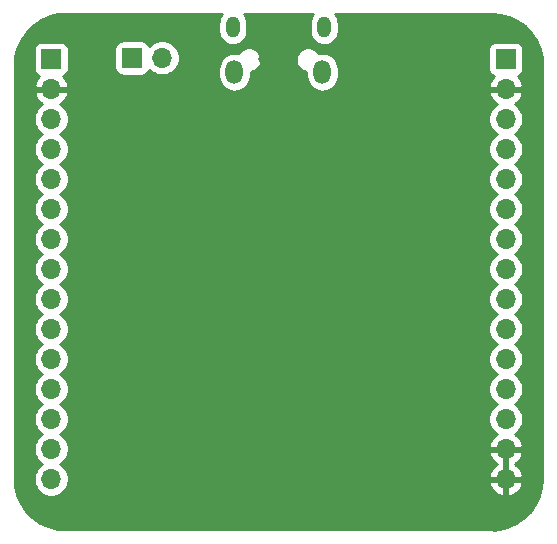
<source format=gbr>
%TF.GenerationSoftware,KiCad,Pcbnew,(5.1.12)-1*%
%TF.CreationDate,2021-12-29T23:54:55+01:00*%
%TF.ProjectId,STM32_Devkit,53544d33-325f-4446-9576-6b69742e6b69,rev?*%
%TF.SameCoordinates,Original*%
%TF.FileFunction,Copper,L2,Bot*%
%TF.FilePolarity,Positive*%
%FSLAX46Y46*%
G04 Gerber Fmt 4.6, Leading zero omitted, Abs format (unit mm)*
G04 Created by KiCad (PCBNEW (5.1.12)-1) date 2021-12-29 23:54:55*
%MOMM*%
%LPD*%
G01*
G04 APERTURE LIST*
%TA.AperFunction,ComponentPad*%
%ADD10O,1.450000X2.000000*%
%TD*%
%TA.AperFunction,ComponentPad*%
%ADD11O,1.150000X1.800000*%
%TD*%
%TA.AperFunction,ComponentPad*%
%ADD12O,1.700000X1.700000*%
%TD*%
%TA.AperFunction,ComponentPad*%
%ADD13R,1.700000X1.700000*%
%TD*%
%TA.AperFunction,ViaPad*%
%ADD14C,0.800000*%
%TD*%
%TA.AperFunction,Conductor*%
%ADD15C,0.254000*%
%TD*%
%TA.AperFunction,Conductor*%
%ADD16C,0.100000*%
%TD*%
G04 APERTURE END LIST*
D10*
%TO.P,J1,6*%
%TO.N,Net-(J1-Pad6)*%
X186725000Y-110600000D03*
X179275000Y-110600000D03*
D11*
X186875000Y-106800000D03*
X179125000Y-106800000D03*
%TD*%
D12*
%TO.P,J2,15*%
%TO.N,PC15*%
X163750000Y-145060000D03*
%TO.P,J2,14*%
%TO.N,PC14*%
X163750000Y-142520000D03*
%TO.P,J2,13*%
%TO.N,PC13*%
X163750000Y-139980000D03*
%TO.P,J2,12*%
%TO.N,PB9*%
X163750000Y-137440000D03*
%TO.P,J2,11*%
%TO.N,PB8*%
X163750000Y-134900000D03*
%TO.P,J2,10*%
%TO.N,PB7*%
X163750000Y-132360000D03*
%TO.P,J2,9*%
%TO.N,PB6*%
X163750000Y-129820000D03*
%TO.P,J2,8*%
%TO.N,PB5*%
X163750000Y-127280000D03*
%TO.P,J2,7*%
%TO.N,PB4*%
X163750000Y-124740000D03*
%TO.P,J2,6*%
%TO.N,SWO*%
X163750000Y-122200000D03*
%TO.P,J2,5*%
%TO.N,PA15*%
X163750000Y-119660000D03*
%TO.P,J2,4*%
%TO.N,SWCLK*%
X163750000Y-117120000D03*
%TO.P,J2,3*%
%TO.N,SWDIO*%
X163750000Y-114580000D03*
%TO.P,J2,2*%
%TO.N,GND*%
X163750000Y-112040000D03*
D13*
%TO.P,J2,1*%
%TO.N,+3V3*%
X163750000Y-109500000D03*
%TD*%
%TO.P,J3,1*%
%TO.N,+3V3*%
X202250000Y-109500000D03*
D12*
%TO.P,J3,2*%
%TO.N,GND*%
X202250000Y-112040000D03*
%TO.P,J3,3*%
%TO.N,PB15*%
X202250000Y-114580000D03*
%TO.P,J3,4*%
%TO.N,PB14*%
X202250000Y-117120000D03*
%TO.P,J3,5*%
%TO.N,PB11*%
X202250000Y-119660000D03*
%TO.P,J3,6*%
%TO.N,PB10*%
X202250000Y-122200000D03*
%TO.P,J3,7*%
%TO.N,PB2*%
X202250000Y-124740000D03*
%TO.P,J3,8*%
%TO.N,PB1*%
X202250000Y-127280000D03*
%TO.P,J3,9*%
%TO.N,PB0*%
X202250000Y-129820000D03*
%TO.P,J3,10*%
%TO.N,PA5*%
X202250000Y-132360000D03*
%TO.P,J3,11*%
%TO.N,PA4*%
X202250000Y-134900000D03*
%TO.P,J3,12*%
%TO.N,PA3*%
X202250000Y-137440000D03*
%TO.P,J3,13*%
%TO.N,PA0*%
X202250000Y-139980000D03*
%TO.P,J3,14*%
%TO.N,GND*%
X202250000Y-142520000D03*
%TO.P,J3,15*%
X202250000Y-145060000D03*
%TD*%
D13*
%TO.P,JP1,1*%
%TO.N,+3V3*%
X170600000Y-109400000D03*
D12*
%TO.P,JP1,2*%
%TO.N,/BOOT0*%
X173140000Y-109400000D03*
%TD*%
D14*
%TO.N,GND*%
X195700000Y-122500000D03*
X181350000Y-117650000D03*
X183400000Y-133150000D03*
X187650000Y-140400000D03*
X178900000Y-138600000D03*
X178050000Y-134150000D03*
X176800000Y-132300000D03*
X168500000Y-130000000D03*
X196200000Y-113000000D03*
X196000000Y-107000000D03*
X181700000Y-111750000D03*
X173800000Y-131500000D03*
X181700000Y-109500000D03*
%TD*%
D15*
%TO.N,GND*%
X164865717Y-105675088D02*
X164966353Y-105685000D01*
X178208029Y-105685000D01*
X178114055Y-105799508D01*
X178001697Y-106009713D01*
X177932508Y-106237799D01*
X177915000Y-106415563D01*
X177915000Y-107184436D01*
X177932508Y-107362200D01*
X178001697Y-107590286D01*
X178114054Y-107800491D01*
X178265261Y-107984739D01*
X178449508Y-108135946D01*
X178659713Y-108248303D01*
X178887799Y-108317492D01*
X179125000Y-108340854D01*
X179362200Y-108317492D01*
X179590286Y-108248303D01*
X179800491Y-108135946D01*
X179984739Y-107984739D01*
X180135946Y-107800492D01*
X180248303Y-107590287D01*
X180317492Y-107362201D01*
X180335000Y-107184437D01*
X180335000Y-106415564D01*
X180317492Y-106237800D01*
X180248303Y-106009713D01*
X180135946Y-105799508D01*
X180041972Y-105685000D01*
X185958029Y-105685000D01*
X185864055Y-105799508D01*
X185751697Y-106009713D01*
X185682508Y-106237799D01*
X185665000Y-106415563D01*
X185665000Y-107184436D01*
X185682508Y-107362200D01*
X185751697Y-107590286D01*
X185864054Y-107800491D01*
X186015261Y-107984739D01*
X186199508Y-108135946D01*
X186409713Y-108248303D01*
X186637799Y-108317492D01*
X186875000Y-108340854D01*
X187112200Y-108317492D01*
X187340286Y-108248303D01*
X187550491Y-108135946D01*
X187734739Y-107984739D01*
X187885946Y-107800492D01*
X187998303Y-107590287D01*
X188067492Y-107362201D01*
X188085000Y-107184437D01*
X188085000Y-106415564D01*
X188067492Y-106237800D01*
X187998303Y-106009713D01*
X187885946Y-105799508D01*
X187791972Y-105685000D01*
X201033647Y-105685000D01*
X201134283Y-105675088D01*
X201135507Y-105674717D01*
X201768083Y-105731173D01*
X202511891Y-105934656D01*
X203207905Y-106266638D01*
X203834130Y-106716626D01*
X204370777Y-107270403D01*
X204800871Y-107910451D01*
X205110829Y-108616553D01*
X205292065Y-109371457D01*
X205327689Y-109856563D01*
X205324912Y-109865718D01*
X205315000Y-109966354D01*
X205315001Y-145033647D01*
X205324913Y-145134283D01*
X205325283Y-145135504D01*
X205268827Y-145768083D01*
X205065344Y-146511890D01*
X204733363Y-147207904D01*
X204283374Y-147834130D01*
X203729597Y-148370777D01*
X203089549Y-148800871D01*
X202383447Y-149110829D01*
X201628543Y-149292065D01*
X201143438Y-149327689D01*
X201134283Y-149324912D01*
X201033647Y-149315000D01*
X164966353Y-149315000D01*
X164865717Y-149324912D01*
X164864493Y-149325283D01*
X164231917Y-149268827D01*
X163488110Y-149065344D01*
X162792096Y-148733363D01*
X162165870Y-148283374D01*
X161629223Y-147729597D01*
X161199129Y-147089549D01*
X160889171Y-146383447D01*
X160707935Y-145628543D01*
X160672311Y-145143438D01*
X160675088Y-145134283D01*
X160685000Y-145033647D01*
X160685000Y-114433740D01*
X162265000Y-114433740D01*
X162265000Y-114726260D01*
X162322068Y-115013158D01*
X162434010Y-115283411D01*
X162596525Y-115526632D01*
X162803368Y-115733475D01*
X162977760Y-115850000D01*
X162803368Y-115966525D01*
X162596525Y-116173368D01*
X162434010Y-116416589D01*
X162322068Y-116686842D01*
X162265000Y-116973740D01*
X162265000Y-117266260D01*
X162322068Y-117553158D01*
X162434010Y-117823411D01*
X162596525Y-118066632D01*
X162803368Y-118273475D01*
X162977760Y-118390000D01*
X162803368Y-118506525D01*
X162596525Y-118713368D01*
X162434010Y-118956589D01*
X162322068Y-119226842D01*
X162265000Y-119513740D01*
X162265000Y-119806260D01*
X162322068Y-120093158D01*
X162434010Y-120363411D01*
X162596525Y-120606632D01*
X162803368Y-120813475D01*
X162977760Y-120930000D01*
X162803368Y-121046525D01*
X162596525Y-121253368D01*
X162434010Y-121496589D01*
X162322068Y-121766842D01*
X162265000Y-122053740D01*
X162265000Y-122346260D01*
X162322068Y-122633158D01*
X162434010Y-122903411D01*
X162596525Y-123146632D01*
X162803368Y-123353475D01*
X162977760Y-123470000D01*
X162803368Y-123586525D01*
X162596525Y-123793368D01*
X162434010Y-124036589D01*
X162322068Y-124306842D01*
X162265000Y-124593740D01*
X162265000Y-124886260D01*
X162322068Y-125173158D01*
X162434010Y-125443411D01*
X162596525Y-125686632D01*
X162803368Y-125893475D01*
X162977760Y-126010000D01*
X162803368Y-126126525D01*
X162596525Y-126333368D01*
X162434010Y-126576589D01*
X162322068Y-126846842D01*
X162265000Y-127133740D01*
X162265000Y-127426260D01*
X162322068Y-127713158D01*
X162434010Y-127983411D01*
X162596525Y-128226632D01*
X162803368Y-128433475D01*
X162977760Y-128550000D01*
X162803368Y-128666525D01*
X162596525Y-128873368D01*
X162434010Y-129116589D01*
X162322068Y-129386842D01*
X162265000Y-129673740D01*
X162265000Y-129966260D01*
X162322068Y-130253158D01*
X162434010Y-130523411D01*
X162596525Y-130766632D01*
X162803368Y-130973475D01*
X162977760Y-131090000D01*
X162803368Y-131206525D01*
X162596525Y-131413368D01*
X162434010Y-131656589D01*
X162322068Y-131926842D01*
X162265000Y-132213740D01*
X162265000Y-132506260D01*
X162322068Y-132793158D01*
X162434010Y-133063411D01*
X162596525Y-133306632D01*
X162803368Y-133513475D01*
X162977760Y-133630000D01*
X162803368Y-133746525D01*
X162596525Y-133953368D01*
X162434010Y-134196589D01*
X162322068Y-134466842D01*
X162265000Y-134753740D01*
X162265000Y-135046260D01*
X162322068Y-135333158D01*
X162434010Y-135603411D01*
X162596525Y-135846632D01*
X162803368Y-136053475D01*
X162977760Y-136170000D01*
X162803368Y-136286525D01*
X162596525Y-136493368D01*
X162434010Y-136736589D01*
X162322068Y-137006842D01*
X162265000Y-137293740D01*
X162265000Y-137586260D01*
X162322068Y-137873158D01*
X162434010Y-138143411D01*
X162596525Y-138386632D01*
X162803368Y-138593475D01*
X162977760Y-138710000D01*
X162803368Y-138826525D01*
X162596525Y-139033368D01*
X162434010Y-139276589D01*
X162322068Y-139546842D01*
X162265000Y-139833740D01*
X162265000Y-140126260D01*
X162322068Y-140413158D01*
X162434010Y-140683411D01*
X162596525Y-140926632D01*
X162803368Y-141133475D01*
X162977760Y-141250000D01*
X162803368Y-141366525D01*
X162596525Y-141573368D01*
X162434010Y-141816589D01*
X162322068Y-142086842D01*
X162265000Y-142373740D01*
X162265000Y-142666260D01*
X162322068Y-142953158D01*
X162434010Y-143223411D01*
X162596525Y-143466632D01*
X162803368Y-143673475D01*
X162977760Y-143790000D01*
X162803368Y-143906525D01*
X162596525Y-144113368D01*
X162434010Y-144356589D01*
X162322068Y-144626842D01*
X162265000Y-144913740D01*
X162265000Y-145206260D01*
X162322068Y-145493158D01*
X162434010Y-145763411D01*
X162596525Y-146006632D01*
X162803368Y-146213475D01*
X163046589Y-146375990D01*
X163316842Y-146487932D01*
X163603740Y-146545000D01*
X163896260Y-146545000D01*
X164183158Y-146487932D01*
X164453411Y-146375990D01*
X164696632Y-146213475D01*
X164903475Y-146006632D01*
X165065990Y-145763411D01*
X165177932Y-145493158D01*
X165193102Y-145416890D01*
X200808524Y-145416890D01*
X200853175Y-145564099D01*
X200978359Y-145826920D01*
X201152412Y-146060269D01*
X201368645Y-146255178D01*
X201618748Y-146404157D01*
X201893109Y-146501481D01*
X202123000Y-146380814D01*
X202123000Y-145187000D01*
X202377000Y-145187000D01*
X202377000Y-146380814D01*
X202606891Y-146501481D01*
X202881252Y-146404157D01*
X203131355Y-146255178D01*
X203347588Y-146060269D01*
X203521641Y-145826920D01*
X203646825Y-145564099D01*
X203691476Y-145416890D01*
X203570155Y-145187000D01*
X202377000Y-145187000D01*
X202123000Y-145187000D01*
X200929845Y-145187000D01*
X200808524Y-145416890D01*
X165193102Y-145416890D01*
X165235000Y-145206260D01*
X165235000Y-144913740D01*
X165177932Y-144626842D01*
X165065990Y-144356589D01*
X164903475Y-144113368D01*
X164696632Y-143906525D01*
X164522240Y-143790000D01*
X164696632Y-143673475D01*
X164903475Y-143466632D01*
X165065990Y-143223411D01*
X165177932Y-142953158D01*
X165193102Y-142876890D01*
X200808524Y-142876890D01*
X200853175Y-143024099D01*
X200978359Y-143286920D01*
X201152412Y-143520269D01*
X201368645Y-143715178D01*
X201494255Y-143790000D01*
X201368645Y-143864822D01*
X201152412Y-144059731D01*
X200978359Y-144293080D01*
X200853175Y-144555901D01*
X200808524Y-144703110D01*
X200929845Y-144933000D01*
X202123000Y-144933000D01*
X202123000Y-142647000D01*
X202377000Y-142647000D01*
X202377000Y-144933000D01*
X203570155Y-144933000D01*
X203691476Y-144703110D01*
X203646825Y-144555901D01*
X203521641Y-144293080D01*
X203347588Y-144059731D01*
X203131355Y-143864822D01*
X203005745Y-143790000D01*
X203131355Y-143715178D01*
X203347588Y-143520269D01*
X203521641Y-143286920D01*
X203646825Y-143024099D01*
X203691476Y-142876890D01*
X203570155Y-142647000D01*
X202377000Y-142647000D01*
X202123000Y-142647000D01*
X200929845Y-142647000D01*
X200808524Y-142876890D01*
X165193102Y-142876890D01*
X165235000Y-142666260D01*
X165235000Y-142373740D01*
X165177932Y-142086842D01*
X165065990Y-141816589D01*
X164903475Y-141573368D01*
X164696632Y-141366525D01*
X164522240Y-141250000D01*
X164696632Y-141133475D01*
X164903475Y-140926632D01*
X165065990Y-140683411D01*
X165177932Y-140413158D01*
X165235000Y-140126260D01*
X165235000Y-139833740D01*
X165177932Y-139546842D01*
X165065990Y-139276589D01*
X164903475Y-139033368D01*
X164696632Y-138826525D01*
X164522240Y-138710000D01*
X164696632Y-138593475D01*
X164903475Y-138386632D01*
X165065990Y-138143411D01*
X165177932Y-137873158D01*
X165235000Y-137586260D01*
X165235000Y-137293740D01*
X165177932Y-137006842D01*
X165065990Y-136736589D01*
X164903475Y-136493368D01*
X164696632Y-136286525D01*
X164522240Y-136170000D01*
X164696632Y-136053475D01*
X164903475Y-135846632D01*
X165065990Y-135603411D01*
X165177932Y-135333158D01*
X165235000Y-135046260D01*
X165235000Y-134753740D01*
X165177932Y-134466842D01*
X165065990Y-134196589D01*
X164903475Y-133953368D01*
X164696632Y-133746525D01*
X164522240Y-133630000D01*
X164696632Y-133513475D01*
X164903475Y-133306632D01*
X165065990Y-133063411D01*
X165177932Y-132793158D01*
X165235000Y-132506260D01*
X165235000Y-132213740D01*
X165177932Y-131926842D01*
X165065990Y-131656589D01*
X164903475Y-131413368D01*
X164696632Y-131206525D01*
X164522240Y-131090000D01*
X164696632Y-130973475D01*
X164903475Y-130766632D01*
X165065990Y-130523411D01*
X165177932Y-130253158D01*
X165235000Y-129966260D01*
X165235000Y-129673740D01*
X165177932Y-129386842D01*
X165065990Y-129116589D01*
X164903475Y-128873368D01*
X164696632Y-128666525D01*
X164522240Y-128550000D01*
X164696632Y-128433475D01*
X164903475Y-128226632D01*
X165065990Y-127983411D01*
X165177932Y-127713158D01*
X165235000Y-127426260D01*
X165235000Y-127133740D01*
X165177932Y-126846842D01*
X165065990Y-126576589D01*
X164903475Y-126333368D01*
X164696632Y-126126525D01*
X164522240Y-126010000D01*
X164696632Y-125893475D01*
X164903475Y-125686632D01*
X165065990Y-125443411D01*
X165177932Y-125173158D01*
X165235000Y-124886260D01*
X165235000Y-124593740D01*
X165177932Y-124306842D01*
X165065990Y-124036589D01*
X164903475Y-123793368D01*
X164696632Y-123586525D01*
X164522240Y-123470000D01*
X164696632Y-123353475D01*
X164903475Y-123146632D01*
X165065990Y-122903411D01*
X165177932Y-122633158D01*
X165235000Y-122346260D01*
X165235000Y-122053740D01*
X165177932Y-121766842D01*
X165065990Y-121496589D01*
X164903475Y-121253368D01*
X164696632Y-121046525D01*
X164522240Y-120930000D01*
X164696632Y-120813475D01*
X164903475Y-120606632D01*
X165065990Y-120363411D01*
X165177932Y-120093158D01*
X165235000Y-119806260D01*
X165235000Y-119513740D01*
X165177932Y-119226842D01*
X165065990Y-118956589D01*
X164903475Y-118713368D01*
X164696632Y-118506525D01*
X164522240Y-118390000D01*
X164696632Y-118273475D01*
X164903475Y-118066632D01*
X165065990Y-117823411D01*
X165177932Y-117553158D01*
X165235000Y-117266260D01*
X165235000Y-116973740D01*
X165177932Y-116686842D01*
X165065990Y-116416589D01*
X164903475Y-116173368D01*
X164696632Y-115966525D01*
X164522240Y-115850000D01*
X164696632Y-115733475D01*
X164903475Y-115526632D01*
X165065990Y-115283411D01*
X165177932Y-115013158D01*
X165235000Y-114726260D01*
X165235000Y-114433740D01*
X200765000Y-114433740D01*
X200765000Y-114726260D01*
X200822068Y-115013158D01*
X200934010Y-115283411D01*
X201096525Y-115526632D01*
X201303368Y-115733475D01*
X201477760Y-115850000D01*
X201303368Y-115966525D01*
X201096525Y-116173368D01*
X200934010Y-116416589D01*
X200822068Y-116686842D01*
X200765000Y-116973740D01*
X200765000Y-117266260D01*
X200822068Y-117553158D01*
X200934010Y-117823411D01*
X201096525Y-118066632D01*
X201303368Y-118273475D01*
X201477760Y-118390000D01*
X201303368Y-118506525D01*
X201096525Y-118713368D01*
X200934010Y-118956589D01*
X200822068Y-119226842D01*
X200765000Y-119513740D01*
X200765000Y-119806260D01*
X200822068Y-120093158D01*
X200934010Y-120363411D01*
X201096525Y-120606632D01*
X201303368Y-120813475D01*
X201477760Y-120930000D01*
X201303368Y-121046525D01*
X201096525Y-121253368D01*
X200934010Y-121496589D01*
X200822068Y-121766842D01*
X200765000Y-122053740D01*
X200765000Y-122346260D01*
X200822068Y-122633158D01*
X200934010Y-122903411D01*
X201096525Y-123146632D01*
X201303368Y-123353475D01*
X201477760Y-123470000D01*
X201303368Y-123586525D01*
X201096525Y-123793368D01*
X200934010Y-124036589D01*
X200822068Y-124306842D01*
X200765000Y-124593740D01*
X200765000Y-124886260D01*
X200822068Y-125173158D01*
X200934010Y-125443411D01*
X201096525Y-125686632D01*
X201303368Y-125893475D01*
X201477760Y-126010000D01*
X201303368Y-126126525D01*
X201096525Y-126333368D01*
X200934010Y-126576589D01*
X200822068Y-126846842D01*
X200765000Y-127133740D01*
X200765000Y-127426260D01*
X200822068Y-127713158D01*
X200934010Y-127983411D01*
X201096525Y-128226632D01*
X201303368Y-128433475D01*
X201477760Y-128550000D01*
X201303368Y-128666525D01*
X201096525Y-128873368D01*
X200934010Y-129116589D01*
X200822068Y-129386842D01*
X200765000Y-129673740D01*
X200765000Y-129966260D01*
X200822068Y-130253158D01*
X200934010Y-130523411D01*
X201096525Y-130766632D01*
X201303368Y-130973475D01*
X201477760Y-131090000D01*
X201303368Y-131206525D01*
X201096525Y-131413368D01*
X200934010Y-131656589D01*
X200822068Y-131926842D01*
X200765000Y-132213740D01*
X200765000Y-132506260D01*
X200822068Y-132793158D01*
X200934010Y-133063411D01*
X201096525Y-133306632D01*
X201303368Y-133513475D01*
X201477760Y-133630000D01*
X201303368Y-133746525D01*
X201096525Y-133953368D01*
X200934010Y-134196589D01*
X200822068Y-134466842D01*
X200765000Y-134753740D01*
X200765000Y-135046260D01*
X200822068Y-135333158D01*
X200934010Y-135603411D01*
X201096525Y-135846632D01*
X201303368Y-136053475D01*
X201477760Y-136170000D01*
X201303368Y-136286525D01*
X201096525Y-136493368D01*
X200934010Y-136736589D01*
X200822068Y-137006842D01*
X200765000Y-137293740D01*
X200765000Y-137586260D01*
X200822068Y-137873158D01*
X200934010Y-138143411D01*
X201096525Y-138386632D01*
X201303368Y-138593475D01*
X201477760Y-138710000D01*
X201303368Y-138826525D01*
X201096525Y-139033368D01*
X200934010Y-139276589D01*
X200822068Y-139546842D01*
X200765000Y-139833740D01*
X200765000Y-140126260D01*
X200822068Y-140413158D01*
X200934010Y-140683411D01*
X201096525Y-140926632D01*
X201303368Y-141133475D01*
X201485534Y-141255195D01*
X201368645Y-141324822D01*
X201152412Y-141519731D01*
X200978359Y-141753080D01*
X200853175Y-142015901D01*
X200808524Y-142163110D01*
X200929845Y-142393000D01*
X202123000Y-142393000D01*
X202123000Y-142373000D01*
X202377000Y-142373000D01*
X202377000Y-142393000D01*
X203570155Y-142393000D01*
X203691476Y-142163110D01*
X203646825Y-142015901D01*
X203521641Y-141753080D01*
X203347588Y-141519731D01*
X203131355Y-141324822D01*
X203014466Y-141255195D01*
X203196632Y-141133475D01*
X203403475Y-140926632D01*
X203565990Y-140683411D01*
X203677932Y-140413158D01*
X203735000Y-140126260D01*
X203735000Y-139833740D01*
X203677932Y-139546842D01*
X203565990Y-139276589D01*
X203403475Y-139033368D01*
X203196632Y-138826525D01*
X203022240Y-138710000D01*
X203196632Y-138593475D01*
X203403475Y-138386632D01*
X203565990Y-138143411D01*
X203677932Y-137873158D01*
X203735000Y-137586260D01*
X203735000Y-137293740D01*
X203677932Y-137006842D01*
X203565990Y-136736589D01*
X203403475Y-136493368D01*
X203196632Y-136286525D01*
X203022240Y-136170000D01*
X203196632Y-136053475D01*
X203403475Y-135846632D01*
X203565990Y-135603411D01*
X203677932Y-135333158D01*
X203735000Y-135046260D01*
X203735000Y-134753740D01*
X203677932Y-134466842D01*
X203565990Y-134196589D01*
X203403475Y-133953368D01*
X203196632Y-133746525D01*
X203022240Y-133630000D01*
X203196632Y-133513475D01*
X203403475Y-133306632D01*
X203565990Y-133063411D01*
X203677932Y-132793158D01*
X203735000Y-132506260D01*
X203735000Y-132213740D01*
X203677932Y-131926842D01*
X203565990Y-131656589D01*
X203403475Y-131413368D01*
X203196632Y-131206525D01*
X203022240Y-131090000D01*
X203196632Y-130973475D01*
X203403475Y-130766632D01*
X203565990Y-130523411D01*
X203677932Y-130253158D01*
X203735000Y-129966260D01*
X203735000Y-129673740D01*
X203677932Y-129386842D01*
X203565990Y-129116589D01*
X203403475Y-128873368D01*
X203196632Y-128666525D01*
X203022240Y-128550000D01*
X203196632Y-128433475D01*
X203403475Y-128226632D01*
X203565990Y-127983411D01*
X203677932Y-127713158D01*
X203735000Y-127426260D01*
X203735000Y-127133740D01*
X203677932Y-126846842D01*
X203565990Y-126576589D01*
X203403475Y-126333368D01*
X203196632Y-126126525D01*
X203022240Y-126010000D01*
X203196632Y-125893475D01*
X203403475Y-125686632D01*
X203565990Y-125443411D01*
X203677932Y-125173158D01*
X203735000Y-124886260D01*
X203735000Y-124593740D01*
X203677932Y-124306842D01*
X203565990Y-124036589D01*
X203403475Y-123793368D01*
X203196632Y-123586525D01*
X203022240Y-123470000D01*
X203196632Y-123353475D01*
X203403475Y-123146632D01*
X203565990Y-122903411D01*
X203677932Y-122633158D01*
X203735000Y-122346260D01*
X203735000Y-122053740D01*
X203677932Y-121766842D01*
X203565990Y-121496589D01*
X203403475Y-121253368D01*
X203196632Y-121046525D01*
X203022240Y-120930000D01*
X203196632Y-120813475D01*
X203403475Y-120606632D01*
X203565990Y-120363411D01*
X203677932Y-120093158D01*
X203735000Y-119806260D01*
X203735000Y-119513740D01*
X203677932Y-119226842D01*
X203565990Y-118956589D01*
X203403475Y-118713368D01*
X203196632Y-118506525D01*
X203022240Y-118390000D01*
X203196632Y-118273475D01*
X203403475Y-118066632D01*
X203565990Y-117823411D01*
X203677932Y-117553158D01*
X203735000Y-117266260D01*
X203735000Y-116973740D01*
X203677932Y-116686842D01*
X203565990Y-116416589D01*
X203403475Y-116173368D01*
X203196632Y-115966525D01*
X203022240Y-115850000D01*
X203196632Y-115733475D01*
X203403475Y-115526632D01*
X203565990Y-115283411D01*
X203677932Y-115013158D01*
X203735000Y-114726260D01*
X203735000Y-114433740D01*
X203677932Y-114146842D01*
X203565990Y-113876589D01*
X203403475Y-113633368D01*
X203196632Y-113426525D01*
X203014466Y-113304805D01*
X203131355Y-113235178D01*
X203347588Y-113040269D01*
X203521641Y-112806920D01*
X203646825Y-112544099D01*
X203691476Y-112396890D01*
X203570155Y-112167000D01*
X202377000Y-112167000D01*
X202377000Y-112187000D01*
X202123000Y-112187000D01*
X202123000Y-112167000D01*
X200929845Y-112167000D01*
X200808524Y-112396890D01*
X200853175Y-112544099D01*
X200978359Y-112806920D01*
X201152412Y-113040269D01*
X201368645Y-113235178D01*
X201485534Y-113304805D01*
X201303368Y-113426525D01*
X201096525Y-113633368D01*
X200934010Y-113876589D01*
X200822068Y-114146842D01*
X200765000Y-114433740D01*
X165235000Y-114433740D01*
X165177932Y-114146842D01*
X165065990Y-113876589D01*
X164903475Y-113633368D01*
X164696632Y-113426525D01*
X164514466Y-113304805D01*
X164631355Y-113235178D01*
X164847588Y-113040269D01*
X165021641Y-112806920D01*
X165146825Y-112544099D01*
X165191476Y-112396890D01*
X165070155Y-112167000D01*
X163877000Y-112167000D01*
X163877000Y-112187000D01*
X163623000Y-112187000D01*
X163623000Y-112167000D01*
X162429845Y-112167000D01*
X162308524Y-112396890D01*
X162353175Y-112544099D01*
X162478359Y-112806920D01*
X162652412Y-113040269D01*
X162868645Y-113235178D01*
X162985534Y-113304805D01*
X162803368Y-113426525D01*
X162596525Y-113633368D01*
X162434010Y-113876589D01*
X162322068Y-114146842D01*
X162265000Y-114433740D01*
X160685000Y-114433740D01*
X160685000Y-109966353D01*
X160675088Y-109865717D01*
X160674717Y-109864493D01*
X160731173Y-109231917D01*
X160890367Y-108650000D01*
X162261928Y-108650000D01*
X162261928Y-110350000D01*
X162274188Y-110474482D01*
X162310498Y-110594180D01*
X162369463Y-110704494D01*
X162448815Y-110801185D01*
X162545506Y-110880537D01*
X162655820Y-110939502D01*
X162736466Y-110963966D01*
X162652412Y-111039731D01*
X162478359Y-111273080D01*
X162353175Y-111535901D01*
X162308524Y-111683110D01*
X162429845Y-111913000D01*
X163623000Y-111913000D01*
X163623000Y-111893000D01*
X163877000Y-111893000D01*
X163877000Y-111913000D01*
X165070155Y-111913000D01*
X165191476Y-111683110D01*
X165146825Y-111535901D01*
X165021641Y-111273080D01*
X164847588Y-111039731D01*
X164763534Y-110963966D01*
X164844180Y-110939502D01*
X164954494Y-110880537D01*
X165051185Y-110801185D01*
X165130537Y-110704494D01*
X165189502Y-110594180D01*
X165225812Y-110474482D01*
X165238072Y-110350000D01*
X165238072Y-108650000D01*
X165228224Y-108550000D01*
X169111928Y-108550000D01*
X169111928Y-110250000D01*
X169124188Y-110374482D01*
X169160498Y-110494180D01*
X169219463Y-110604494D01*
X169298815Y-110701185D01*
X169395506Y-110780537D01*
X169505820Y-110839502D01*
X169625518Y-110875812D01*
X169750000Y-110888072D01*
X171450000Y-110888072D01*
X171574482Y-110875812D01*
X171694180Y-110839502D01*
X171804494Y-110780537D01*
X171901185Y-110701185D01*
X171980537Y-110604494D01*
X172039502Y-110494180D01*
X172061513Y-110421620D01*
X172193368Y-110553475D01*
X172436589Y-110715990D01*
X172706842Y-110827932D01*
X172993740Y-110885000D01*
X173286260Y-110885000D01*
X173573158Y-110827932D01*
X173843411Y-110715990D01*
X174086632Y-110553475D01*
X174293475Y-110346632D01*
X174352569Y-110258191D01*
X177915000Y-110258191D01*
X177915000Y-110941808D01*
X177934678Y-111141606D01*
X178012445Y-111397967D01*
X178138730Y-111634230D01*
X178308682Y-111841317D01*
X178515769Y-112011270D01*
X178752032Y-112137555D01*
X179008393Y-112215322D01*
X179275000Y-112241580D01*
X179541606Y-112215322D01*
X179797967Y-112137555D01*
X180034230Y-112011270D01*
X180241317Y-111841318D01*
X180411270Y-111634231D01*
X180537555Y-111397968D01*
X180615322Y-111141607D01*
X180635000Y-110941809D01*
X180635000Y-110578424D01*
X180801898Y-110545226D01*
X180990256Y-110467205D01*
X181159774Y-110353937D01*
X181303937Y-110209774D01*
X181417205Y-110040256D01*
X181495226Y-109851898D01*
X181535000Y-109651939D01*
X181535000Y-109448061D01*
X184465000Y-109448061D01*
X184465000Y-109651939D01*
X184504774Y-109851898D01*
X184582795Y-110040256D01*
X184696063Y-110209774D01*
X184840226Y-110353937D01*
X185009744Y-110467205D01*
X185198102Y-110545226D01*
X185365000Y-110578424D01*
X185365000Y-110941808D01*
X185384678Y-111141606D01*
X185462445Y-111397967D01*
X185588730Y-111634230D01*
X185758682Y-111841317D01*
X185965769Y-112011270D01*
X186202032Y-112137555D01*
X186458393Y-112215322D01*
X186725000Y-112241580D01*
X186991606Y-112215322D01*
X187247967Y-112137555D01*
X187484230Y-112011270D01*
X187691317Y-111841318D01*
X187861270Y-111634231D01*
X187987555Y-111397968D01*
X188065322Y-111141607D01*
X188085000Y-110941809D01*
X188085000Y-110258192D01*
X188065322Y-110058394D01*
X187987555Y-109802032D01*
X187861270Y-109565769D01*
X187691318Y-109358682D01*
X187484231Y-109188730D01*
X187247968Y-109062445D01*
X186991607Y-108984678D01*
X186725000Y-108958420D01*
X186458394Y-108984678D01*
X186382442Y-109007718D01*
X186303937Y-108890226D01*
X186159774Y-108746063D01*
X186016006Y-108650000D01*
X200761928Y-108650000D01*
X200761928Y-110350000D01*
X200774188Y-110474482D01*
X200810498Y-110594180D01*
X200869463Y-110704494D01*
X200948815Y-110801185D01*
X201045506Y-110880537D01*
X201155820Y-110939502D01*
X201236466Y-110963966D01*
X201152412Y-111039731D01*
X200978359Y-111273080D01*
X200853175Y-111535901D01*
X200808524Y-111683110D01*
X200929845Y-111913000D01*
X202123000Y-111913000D01*
X202123000Y-111893000D01*
X202377000Y-111893000D01*
X202377000Y-111913000D01*
X203570155Y-111913000D01*
X203691476Y-111683110D01*
X203646825Y-111535901D01*
X203521641Y-111273080D01*
X203347588Y-111039731D01*
X203263534Y-110963966D01*
X203344180Y-110939502D01*
X203454494Y-110880537D01*
X203551185Y-110801185D01*
X203630537Y-110704494D01*
X203689502Y-110594180D01*
X203725812Y-110474482D01*
X203738072Y-110350000D01*
X203738072Y-108650000D01*
X203725812Y-108525518D01*
X203689502Y-108405820D01*
X203630537Y-108295506D01*
X203551185Y-108198815D01*
X203454494Y-108119463D01*
X203344180Y-108060498D01*
X203224482Y-108024188D01*
X203100000Y-108011928D01*
X201400000Y-108011928D01*
X201275518Y-108024188D01*
X201155820Y-108060498D01*
X201045506Y-108119463D01*
X200948815Y-108198815D01*
X200869463Y-108295506D01*
X200810498Y-108405820D01*
X200774188Y-108525518D01*
X200761928Y-108650000D01*
X186016006Y-108650000D01*
X185990256Y-108632795D01*
X185801898Y-108554774D01*
X185601939Y-108515000D01*
X185398061Y-108515000D01*
X185198102Y-108554774D01*
X185009744Y-108632795D01*
X184840226Y-108746063D01*
X184696063Y-108890226D01*
X184582795Y-109059744D01*
X184504774Y-109248102D01*
X184465000Y-109448061D01*
X181535000Y-109448061D01*
X181495226Y-109248102D01*
X181417205Y-109059744D01*
X181303937Y-108890226D01*
X181159774Y-108746063D01*
X180990256Y-108632795D01*
X180801898Y-108554774D01*
X180601939Y-108515000D01*
X180398061Y-108515000D01*
X180198102Y-108554774D01*
X180009744Y-108632795D01*
X179840226Y-108746063D01*
X179696063Y-108890226D01*
X179617558Y-109007718D01*
X179541607Y-108984678D01*
X179275000Y-108958420D01*
X179008394Y-108984678D01*
X178752033Y-109062445D01*
X178515770Y-109188730D01*
X178308683Y-109358682D01*
X178138730Y-109565769D01*
X178012445Y-109802032D01*
X177934678Y-110058393D01*
X177915000Y-110258191D01*
X174352569Y-110258191D01*
X174455990Y-110103411D01*
X174567932Y-109833158D01*
X174625000Y-109546260D01*
X174625000Y-109253740D01*
X174567932Y-108966842D01*
X174455990Y-108696589D01*
X174293475Y-108453368D01*
X174086632Y-108246525D01*
X173843411Y-108084010D01*
X173573158Y-107972068D01*
X173286260Y-107915000D01*
X172993740Y-107915000D01*
X172706842Y-107972068D01*
X172436589Y-108084010D01*
X172193368Y-108246525D01*
X172061513Y-108378380D01*
X172039502Y-108305820D01*
X171980537Y-108195506D01*
X171901185Y-108098815D01*
X171804494Y-108019463D01*
X171694180Y-107960498D01*
X171574482Y-107924188D01*
X171450000Y-107911928D01*
X169750000Y-107911928D01*
X169625518Y-107924188D01*
X169505820Y-107960498D01*
X169395506Y-108019463D01*
X169298815Y-108098815D01*
X169219463Y-108195506D01*
X169160498Y-108305820D01*
X169124188Y-108425518D01*
X169111928Y-108550000D01*
X165228224Y-108550000D01*
X165225812Y-108525518D01*
X165189502Y-108405820D01*
X165130537Y-108295506D01*
X165051185Y-108198815D01*
X164954494Y-108119463D01*
X164844180Y-108060498D01*
X164724482Y-108024188D01*
X164600000Y-108011928D01*
X162900000Y-108011928D01*
X162775518Y-108024188D01*
X162655820Y-108060498D01*
X162545506Y-108119463D01*
X162448815Y-108198815D01*
X162369463Y-108295506D01*
X162310498Y-108405820D01*
X162274188Y-108525518D01*
X162261928Y-108650000D01*
X160890367Y-108650000D01*
X160934656Y-108488109D01*
X161266638Y-107792095D01*
X161716626Y-107165870D01*
X162270403Y-106629223D01*
X162910451Y-106199129D01*
X163616553Y-105889171D01*
X164371457Y-105707935D01*
X164856562Y-105672311D01*
X164865717Y-105675088D01*
%TA.AperFunction,Conductor*%
D16*
G36*
X164865717Y-105675088D02*
G01*
X164966353Y-105685000D01*
X178208029Y-105685000D01*
X178114055Y-105799508D01*
X178001697Y-106009713D01*
X177932508Y-106237799D01*
X177915000Y-106415563D01*
X177915000Y-107184436D01*
X177932508Y-107362200D01*
X178001697Y-107590286D01*
X178114054Y-107800491D01*
X178265261Y-107984739D01*
X178449508Y-108135946D01*
X178659713Y-108248303D01*
X178887799Y-108317492D01*
X179125000Y-108340854D01*
X179362200Y-108317492D01*
X179590286Y-108248303D01*
X179800491Y-108135946D01*
X179984739Y-107984739D01*
X180135946Y-107800492D01*
X180248303Y-107590287D01*
X180317492Y-107362201D01*
X180335000Y-107184437D01*
X180335000Y-106415564D01*
X180317492Y-106237800D01*
X180248303Y-106009713D01*
X180135946Y-105799508D01*
X180041972Y-105685000D01*
X185958029Y-105685000D01*
X185864055Y-105799508D01*
X185751697Y-106009713D01*
X185682508Y-106237799D01*
X185665000Y-106415563D01*
X185665000Y-107184436D01*
X185682508Y-107362200D01*
X185751697Y-107590286D01*
X185864054Y-107800491D01*
X186015261Y-107984739D01*
X186199508Y-108135946D01*
X186409713Y-108248303D01*
X186637799Y-108317492D01*
X186875000Y-108340854D01*
X187112200Y-108317492D01*
X187340286Y-108248303D01*
X187550491Y-108135946D01*
X187734739Y-107984739D01*
X187885946Y-107800492D01*
X187998303Y-107590287D01*
X188067492Y-107362201D01*
X188085000Y-107184437D01*
X188085000Y-106415564D01*
X188067492Y-106237800D01*
X187998303Y-106009713D01*
X187885946Y-105799508D01*
X187791972Y-105685000D01*
X201033647Y-105685000D01*
X201134283Y-105675088D01*
X201135507Y-105674717D01*
X201768083Y-105731173D01*
X202511891Y-105934656D01*
X203207905Y-106266638D01*
X203834130Y-106716626D01*
X204370777Y-107270403D01*
X204800871Y-107910451D01*
X205110829Y-108616553D01*
X205292065Y-109371457D01*
X205327689Y-109856563D01*
X205324912Y-109865718D01*
X205315000Y-109966354D01*
X205315001Y-145033647D01*
X205324913Y-145134283D01*
X205325283Y-145135504D01*
X205268827Y-145768083D01*
X205065344Y-146511890D01*
X204733363Y-147207904D01*
X204283374Y-147834130D01*
X203729597Y-148370777D01*
X203089549Y-148800871D01*
X202383447Y-149110829D01*
X201628543Y-149292065D01*
X201143438Y-149327689D01*
X201134283Y-149324912D01*
X201033647Y-149315000D01*
X164966353Y-149315000D01*
X164865717Y-149324912D01*
X164864493Y-149325283D01*
X164231917Y-149268827D01*
X163488110Y-149065344D01*
X162792096Y-148733363D01*
X162165870Y-148283374D01*
X161629223Y-147729597D01*
X161199129Y-147089549D01*
X160889171Y-146383447D01*
X160707935Y-145628543D01*
X160672311Y-145143438D01*
X160675088Y-145134283D01*
X160685000Y-145033647D01*
X160685000Y-114433740D01*
X162265000Y-114433740D01*
X162265000Y-114726260D01*
X162322068Y-115013158D01*
X162434010Y-115283411D01*
X162596525Y-115526632D01*
X162803368Y-115733475D01*
X162977760Y-115850000D01*
X162803368Y-115966525D01*
X162596525Y-116173368D01*
X162434010Y-116416589D01*
X162322068Y-116686842D01*
X162265000Y-116973740D01*
X162265000Y-117266260D01*
X162322068Y-117553158D01*
X162434010Y-117823411D01*
X162596525Y-118066632D01*
X162803368Y-118273475D01*
X162977760Y-118390000D01*
X162803368Y-118506525D01*
X162596525Y-118713368D01*
X162434010Y-118956589D01*
X162322068Y-119226842D01*
X162265000Y-119513740D01*
X162265000Y-119806260D01*
X162322068Y-120093158D01*
X162434010Y-120363411D01*
X162596525Y-120606632D01*
X162803368Y-120813475D01*
X162977760Y-120930000D01*
X162803368Y-121046525D01*
X162596525Y-121253368D01*
X162434010Y-121496589D01*
X162322068Y-121766842D01*
X162265000Y-122053740D01*
X162265000Y-122346260D01*
X162322068Y-122633158D01*
X162434010Y-122903411D01*
X162596525Y-123146632D01*
X162803368Y-123353475D01*
X162977760Y-123470000D01*
X162803368Y-123586525D01*
X162596525Y-123793368D01*
X162434010Y-124036589D01*
X162322068Y-124306842D01*
X162265000Y-124593740D01*
X162265000Y-124886260D01*
X162322068Y-125173158D01*
X162434010Y-125443411D01*
X162596525Y-125686632D01*
X162803368Y-125893475D01*
X162977760Y-126010000D01*
X162803368Y-126126525D01*
X162596525Y-126333368D01*
X162434010Y-126576589D01*
X162322068Y-126846842D01*
X162265000Y-127133740D01*
X162265000Y-127426260D01*
X162322068Y-127713158D01*
X162434010Y-127983411D01*
X162596525Y-128226632D01*
X162803368Y-128433475D01*
X162977760Y-128550000D01*
X162803368Y-128666525D01*
X162596525Y-128873368D01*
X162434010Y-129116589D01*
X162322068Y-129386842D01*
X162265000Y-129673740D01*
X162265000Y-129966260D01*
X162322068Y-130253158D01*
X162434010Y-130523411D01*
X162596525Y-130766632D01*
X162803368Y-130973475D01*
X162977760Y-131090000D01*
X162803368Y-131206525D01*
X162596525Y-131413368D01*
X162434010Y-131656589D01*
X162322068Y-131926842D01*
X162265000Y-132213740D01*
X162265000Y-132506260D01*
X162322068Y-132793158D01*
X162434010Y-133063411D01*
X162596525Y-133306632D01*
X162803368Y-133513475D01*
X162977760Y-133630000D01*
X162803368Y-133746525D01*
X162596525Y-133953368D01*
X162434010Y-134196589D01*
X162322068Y-134466842D01*
X162265000Y-134753740D01*
X162265000Y-135046260D01*
X162322068Y-135333158D01*
X162434010Y-135603411D01*
X162596525Y-135846632D01*
X162803368Y-136053475D01*
X162977760Y-136170000D01*
X162803368Y-136286525D01*
X162596525Y-136493368D01*
X162434010Y-136736589D01*
X162322068Y-137006842D01*
X162265000Y-137293740D01*
X162265000Y-137586260D01*
X162322068Y-137873158D01*
X162434010Y-138143411D01*
X162596525Y-138386632D01*
X162803368Y-138593475D01*
X162977760Y-138710000D01*
X162803368Y-138826525D01*
X162596525Y-139033368D01*
X162434010Y-139276589D01*
X162322068Y-139546842D01*
X162265000Y-139833740D01*
X162265000Y-140126260D01*
X162322068Y-140413158D01*
X162434010Y-140683411D01*
X162596525Y-140926632D01*
X162803368Y-141133475D01*
X162977760Y-141250000D01*
X162803368Y-141366525D01*
X162596525Y-141573368D01*
X162434010Y-141816589D01*
X162322068Y-142086842D01*
X162265000Y-142373740D01*
X162265000Y-142666260D01*
X162322068Y-142953158D01*
X162434010Y-143223411D01*
X162596525Y-143466632D01*
X162803368Y-143673475D01*
X162977760Y-143790000D01*
X162803368Y-143906525D01*
X162596525Y-144113368D01*
X162434010Y-144356589D01*
X162322068Y-144626842D01*
X162265000Y-144913740D01*
X162265000Y-145206260D01*
X162322068Y-145493158D01*
X162434010Y-145763411D01*
X162596525Y-146006632D01*
X162803368Y-146213475D01*
X163046589Y-146375990D01*
X163316842Y-146487932D01*
X163603740Y-146545000D01*
X163896260Y-146545000D01*
X164183158Y-146487932D01*
X164453411Y-146375990D01*
X164696632Y-146213475D01*
X164903475Y-146006632D01*
X165065990Y-145763411D01*
X165177932Y-145493158D01*
X165193102Y-145416890D01*
X200808524Y-145416890D01*
X200853175Y-145564099D01*
X200978359Y-145826920D01*
X201152412Y-146060269D01*
X201368645Y-146255178D01*
X201618748Y-146404157D01*
X201893109Y-146501481D01*
X202123000Y-146380814D01*
X202123000Y-145187000D01*
X202377000Y-145187000D01*
X202377000Y-146380814D01*
X202606891Y-146501481D01*
X202881252Y-146404157D01*
X203131355Y-146255178D01*
X203347588Y-146060269D01*
X203521641Y-145826920D01*
X203646825Y-145564099D01*
X203691476Y-145416890D01*
X203570155Y-145187000D01*
X202377000Y-145187000D01*
X202123000Y-145187000D01*
X200929845Y-145187000D01*
X200808524Y-145416890D01*
X165193102Y-145416890D01*
X165235000Y-145206260D01*
X165235000Y-144913740D01*
X165177932Y-144626842D01*
X165065990Y-144356589D01*
X164903475Y-144113368D01*
X164696632Y-143906525D01*
X164522240Y-143790000D01*
X164696632Y-143673475D01*
X164903475Y-143466632D01*
X165065990Y-143223411D01*
X165177932Y-142953158D01*
X165193102Y-142876890D01*
X200808524Y-142876890D01*
X200853175Y-143024099D01*
X200978359Y-143286920D01*
X201152412Y-143520269D01*
X201368645Y-143715178D01*
X201494255Y-143790000D01*
X201368645Y-143864822D01*
X201152412Y-144059731D01*
X200978359Y-144293080D01*
X200853175Y-144555901D01*
X200808524Y-144703110D01*
X200929845Y-144933000D01*
X202123000Y-144933000D01*
X202123000Y-142647000D01*
X202377000Y-142647000D01*
X202377000Y-144933000D01*
X203570155Y-144933000D01*
X203691476Y-144703110D01*
X203646825Y-144555901D01*
X203521641Y-144293080D01*
X203347588Y-144059731D01*
X203131355Y-143864822D01*
X203005745Y-143790000D01*
X203131355Y-143715178D01*
X203347588Y-143520269D01*
X203521641Y-143286920D01*
X203646825Y-143024099D01*
X203691476Y-142876890D01*
X203570155Y-142647000D01*
X202377000Y-142647000D01*
X202123000Y-142647000D01*
X200929845Y-142647000D01*
X200808524Y-142876890D01*
X165193102Y-142876890D01*
X165235000Y-142666260D01*
X165235000Y-142373740D01*
X165177932Y-142086842D01*
X165065990Y-141816589D01*
X164903475Y-141573368D01*
X164696632Y-141366525D01*
X164522240Y-141250000D01*
X164696632Y-141133475D01*
X164903475Y-140926632D01*
X165065990Y-140683411D01*
X165177932Y-140413158D01*
X165235000Y-140126260D01*
X165235000Y-139833740D01*
X165177932Y-139546842D01*
X165065990Y-139276589D01*
X164903475Y-139033368D01*
X164696632Y-138826525D01*
X164522240Y-138710000D01*
X164696632Y-138593475D01*
X164903475Y-138386632D01*
X165065990Y-138143411D01*
X165177932Y-137873158D01*
X165235000Y-137586260D01*
X165235000Y-137293740D01*
X165177932Y-137006842D01*
X165065990Y-136736589D01*
X164903475Y-136493368D01*
X164696632Y-136286525D01*
X164522240Y-136170000D01*
X164696632Y-136053475D01*
X164903475Y-135846632D01*
X165065990Y-135603411D01*
X165177932Y-135333158D01*
X165235000Y-135046260D01*
X165235000Y-134753740D01*
X165177932Y-134466842D01*
X165065990Y-134196589D01*
X164903475Y-133953368D01*
X164696632Y-133746525D01*
X164522240Y-133630000D01*
X164696632Y-133513475D01*
X164903475Y-133306632D01*
X165065990Y-133063411D01*
X165177932Y-132793158D01*
X165235000Y-132506260D01*
X165235000Y-132213740D01*
X165177932Y-131926842D01*
X165065990Y-131656589D01*
X164903475Y-131413368D01*
X164696632Y-131206525D01*
X164522240Y-131090000D01*
X164696632Y-130973475D01*
X164903475Y-130766632D01*
X165065990Y-130523411D01*
X165177932Y-130253158D01*
X165235000Y-129966260D01*
X165235000Y-129673740D01*
X165177932Y-129386842D01*
X165065990Y-129116589D01*
X164903475Y-128873368D01*
X164696632Y-128666525D01*
X164522240Y-128550000D01*
X164696632Y-128433475D01*
X164903475Y-128226632D01*
X165065990Y-127983411D01*
X165177932Y-127713158D01*
X165235000Y-127426260D01*
X165235000Y-127133740D01*
X165177932Y-126846842D01*
X165065990Y-126576589D01*
X164903475Y-126333368D01*
X164696632Y-126126525D01*
X164522240Y-126010000D01*
X164696632Y-125893475D01*
X164903475Y-125686632D01*
X165065990Y-125443411D01*
X165177932Y-125173158D01*
X165235000Y-124886260D01*
X165235000Y-124593740D01*
X165177932Y-124306842D01*
X165065990Y-124036589D01*
X164903475Y-123793368D01*
X164696632Y-123586525D01*
X164522240Y-123470000D01*
X164696632Y-123353475D01*
X164903475Y-123146632D01*
X165065990Y-122903411D01*
X165177932Y-122633158D01*
X165235000Y-122346260D01*
X165235000Y-122053740D01*
X165177932Y-121766842D01*
X165065990Y-121496589D01*
X164903475Y-121253368D01*
X164696632Y-121046525D01*
X164522240Y-120930000D01*
X164696632Y-120813475D01*
X164903475Y-120606632D01*
X165065990Y-120363411D01*
X165177932Y-120093158D01*
X165235000Y-119806260D01*
X165235000Y-119513740D01*
X165177932Y-119226842D01*
X165065990Y-118956589D01*
X164903475Y-118713368D01*
X164696632Y-118506525D01*
X164522240Y-118390000D01*
X164696632Y-118273475D01*
X164903475Y-118066632D01*
X165065990Y-117823411D01*
X165177932Y-117553158D01*
X165235000Y-117266260D01*
X165235000Y-116973740D01*
X165177932Y-116686842D01*
X165065990Y-116416589D01*
X164903475Y-116173368D01*
X164696632Y-115966525D01*
X164522240Y-115850000D01*
X164696632Y-115733475D01*
X164903475Y-115526632D01*
X165065990Y-115283411D01*
X165177932Y-115013158D01*
X165235000Y-114726260D01*
X165235000Y-114433740D01*
X200765000Y-114433740D01*
X200765000Y-114726260D01*
X200822068Y-115013158D01*
X200934010Y-115283411D01*
X201096525Y-115526632D01*
X201303368Y-115733475D01*
X201477760Y-115850000D01*
X201303368Y-115966525D01*
X201096525Y-116173368D01*
X200934010Y-116416589D01*
X200822068Y-116686842D01*
X200765000Y-116973740D01*
X200765000Y-117266260D01*
X200822068Y-117553158D01*
X200934010Y-117823411D01*
X201096525Y-118066632D01*
X201303368Y-118273475D01*
X201477760Y-118390000D01*
X201303368Y-118506525D01*
X201096525Y-118713368D01*
X200934010Y-118956589D01*
X200822068Y-119226842D01*
X200765000Y-119513740D01*
X200765000Y-119806260D01*
X200822068Y-120093158D01*
X200934010Y-120363411D01*
X201096525Y-120606632D01*
X201303368Y-120813475D01*
X201477760Y-120930000D01*
X201303368Y-121046525D01*
X201096525Y-121253368D01*
X200934010Y-121496589D01*
X200822068Y-121766842D01*
X200765000Y-122053740D01*
X200765000Y-122346260D01*
X200822068Y-122633158D01*
X200934010Y-122903411D01*
X201096525Y-123146632D01*
X201303368Y-123353475D01*
X201477760Y-123470000D01*
X201303368Y-123586525D01*
X201096525Y-123793368D01*
X200934010Y-124036589D01*
X200822068Y-124306842D01*
X200765000Y-124593740D01*
X200765000Y-124886260D01*
X200822068Y-125173158D01*
X200934010Y-125443411D01*
X201096525Y-125686632D01*
X201303368Y-125893475D01*
X201477760Y-126010000D01*
X201303368Y-126126525D01*
X201096525Y-126333368D01*
X200934010Y-126576589D01*
X200822068Y-126846842D01*
X200765000Y-127133740D01*
X200765000Y-127426260D01*
X200822068Y-127713158D01*
X200934010Y-127983411D01*
X201096525Y-128226632D01*
X201303368Y-128433475D01*
X201477760Y-128550000D01*
X201303368Y-128666525D01*
X201096525Y-128873368D01*
X200934010Y-129116589D01*
X200822068Y-129386842D01*
X200765000Y-129673740D01*
X200765000Y-129966260D01*
X200822068Y-130253158D01*
X200934010Y-130523411D01*
X201096525Y-130766632D01*
X201303368Y-130973475D01*
X201477760Y-131090000D01*
X201303368Y-131206525D01*
X201096525Y-131413368D01*
X200934010Y-131656589D01*
X200822068Y-131926842D01*
X200765000Y-132213740D01*
X200765000Y-132506260D01*
X200822068Y-132793158D01*
X200934010Y-133063411D01*
X201096525Y-133306632D01*
X201303368Y-133513475D01*
X201477760Y-133630000D01*
X201303368Y-133746525D01*
X201096525Y-133953368D01*
X200934010Y-134196589D01*
X200822068Y-134466842D01*
X200765000Y-134753740D01*
X200765000Y-135046260D01*
X200822068Y-135333158D01*
X200934010Y-135603411D01*
X201096525Y-135846632D01*
X201303368Y-136053475D01*
X201477760Y-136170000D01*
X201303368Y-136286525D01*
X201096525Y-136493368D01*
X200934010Y-136736589D01*
X200822068Y-137006842D01*
X200765000Y-137293740D01*
X200765000Y-137586260D01*
X200822068Y-137873158D01*
X200934010Y-138143411D01*
X201096525Y-138386632D01*
X201303368Y-138593475D01*
X201477760Y-138710000D01*
X201303368Y-138826525D01*
X201096525Y-139033368D01*
X200934010Y-139276589D01*
X200822068Y-139546842D01*
X200765000Y-139833740D01*
X200765000Y-140126260D01*
X200822068Y-140413158D01*
X200934010Y-140683411D01*
X201096525Y-140926632D01*
X201303368Y-141133475D01*
X201485534Y-141255195D01*
X201368645Y-141324822D01*
X201152412Y-141519731D01*
X200978359Y-141753080D01*
X200853175Y-142015901D01*
X200808524Y-142163110D01*
X200929845Y-142393000D01*
X202123000Y-142393000D01*
X202123000Y-142373000D01*
X202377000Y-142373000D01*
X202377000Y-142393000D01*
X203570155Y-142393000D01*
X203691476Y-142163110D01*
X203646825Y-142015901D01*
X203521641Y-141753080D01*
X203347588Y-141519731D01*
X203131355Y-141324822D01*
X203014466Y-141255195D01*
X203196632Y-141133475D01*
X203403475Y-140926632D01*
X203565990Y-140683411D01*
X203677932Y-140413158D01*
X203735000Y-140126260D01*
X203735000Y-139833740D01*
X203677932Y-139546842D01*
X203565990Y-139276589D01*
X203403475Y-139033368D01*
X203196632Y-138826525D01*
X203022240Y-138710000D01*
X203196632Y-138593475D01*
X203403475Y-138386632D01*
X203565990Y-138143411D01*
X203677932Y-137873158D01*
X203735000Y-137586260D01*
X203735000Y-137293740D01*
X203677932Y-137006842D01*
X203565990Y-136736589D01*
X203403475Y-136493368D01*
X203196632Y-136286525D01*
X203022240Y-136170000D01*
X203196632Y-136053475D01*
X203403475Y-135846632D01*
X203565990Y-135603411D01*
X203677932Y-135333158D01*
X203735000Y-135046260D01*
X203735000Y-134753740D01*
X203677932Y-134466842D01*
X203565990Y-134196589D01*
X203403475Y-133953368D01*
X203196632Y-133746525D01*
X203022240Y-133630000D01*
X203196632Y-133513475D01*
X203403475Y-133306632D01*
X203565990Y-133063411D01*
X203677932Y-132793158D01*
X203735000Y-132506260D01*
X203735000Y-132213740D01*
X203677932Y-131926842D01*
X203565990Y-131656589D01*
X203403475Y-131413368D01*
X203196632Y-131206525D01*
X203022240Y-131090000D01*
X203196632Y-130973475D01*
X203403475Y-130766632D01*
X203565990Y-130523411D01*
X203677932Y-130253158D01*
X203735000Y-129966260D01*
X203735000Y-129673740D01*
X203677932Y-129386842D01*
X203565990Y-129116589D01*
X203403475Y-128873368D01*
X203196632Y-128666525D01*
X203022240Y-128550000D01*
X203196632Y-128433475D01*
X203403475Y-128226632D01*
X203565990Y-127983411D01*
X203677932Y-127713158D01*
X203735000Y-127426260D01*
X203735000Y-127133740D01*
X203677932Y-126846842D01*
X203565990Y-126576589D01*
X203403475Y-126333368D01*
X203196632Y-126126525D01*
X203022240Y-126010000D01*
X203196632Y-125893475D01*
X203403475Y-125686632D01*
X203565990Y-125443411D01*
X203677932Y-125173158D01*
X203735000Y-124886260D01*
X203735000Y-124593740D01*
X203677932Y-124306842D01*
X203565990Y-124036589D01*
X203403475Y-123793368D01*
X203196632Y-123586525D01*
X203022240Y-123470000D01*
X203196632Y-123353475D01*
X203403475Y-123146632D01*
X203565990Y-122903411D01*
X203677932Y-122633158D01*
X203735000Y-122346260D01*
X203735000Y-122053740D01*
X203677932Y-121766842D01*
X203565990Y-121496589D01*
X203403475Y-121253368D01*
X203196632Y-121046525D01*
X203022240Y-120930000D01*
X203196632Y-120813475D01*
X203403475Y-120606632D01*
X203565990Y-120363411D01*
X203677932Y-120093158D01*
X203735000Y-119806260D01*
X203735000Y-119513740D01*
X203677932Y-119226842D01*
X203565990Y-118956589D01*
X203403475Y-118713368D01*
X203196632Y-118506525D01*
X203022240Y-118390000D01*
X203196632Y-118273475D01*
X203403475Y-118066632D01*
X203565990Y-117823411D01*
X203677932Y-117553158D01*
X203735000Y-117266260D01*
X203735000Y-116973740D01*
X203677932Y-116686842D01*
X203565990Y-116416589D01*
X203403475Y-116173368D01*
X203196632Y-115966525D01*
X203022240Y-115850000D01*
X203196632Y-115733475D01*
X203403475Y-115526632D01*
X203565990Y-115283411D01*
X203677932Y-115013158D01*
X203735000Y-114726260D01*
X203735000Y-114433740D01*
X203677932Y-114146842D01*
X203565990Y-113876589D01*
X203403475Y-113633368D01*
X203196632Y-113426525D01*
X203014466Y-113304805D01*
X203131355Y-113235178D01*
X203347588Y-113040269D01*
X203521641Y-112806920D01*
X203646825Y-112544099D01*
X203691476Y-112396890D01*
X203570155Y-112167000D01*
X202377000Y-112167000D01*
X202377000Y-112187000D01*
X202123000Y-112187000D01*
X202123000Y-112167000D01*
X200929845Y-112167000D01*
X200808524Y-112396890D01*
X200853175Y-112544099D01*
X200978359Y-112806920D01*
X201152412Y-113040269D01*
X201368645Y-113235178D01*
X201485534Y-113304805D01*
X201303368Y-113426525D01*
X201096525Y-113633368D01*
X200934010Y-113876589D01*
X200822068Y-114146842D01*
X200765000Y-114433740D01*
X165235000Y-114433740D01*
X165177932Y-114146842D01*
X165065990Y-113876589D01*
X164903475Y-113633368D01*
X164696632Y-113426525D01*
X164514466Y-113304805D01*
X164631355Y-113235178D01*
X164847588Y-113040269D01*
X165021641Y-112806920D01*
X165146825Y-112544099D01*
X165191476Y-112396890D01*
X165070155Y-112167000D01*
X163877000Y-112167000D01*
X163877000Y-112187000D01*
X163623000Y-112187000D01*
X163623000Y-112167000D01*
X162429845Y-112167000D01*
X162308524Y-112396890D01*
X162353175Y-112544099D01*
X162478359Y-112806920D01*
X162652412Y-113040269D01*
X162868645Y-113235178D01*
X162985534Y-113304805D01*
X162803368Y-113426525D01*
X162596525Y-113633368D01*
X162434010Y-113876589D01*
X162322068Y-114146842D01*
X162265000Y-114433740D01*
X160685000Y-114433740D01*
X160685000Y-109966353D01*
X160675088Y-109865717D01*
X160674717Y-109864493D01*
X160731173Y-109231917D01*
X160890367Y-108650000D01*
X162261928Y-108650000D01*
X162261928Y-110350000D01*
X162274188Y-110474482D01*
X162310498Y-110594180D01*
X162369463Y-110704494D01*
X162448815Y-110801185D01*
X162545506Y-110880537D01*
X162655820Y-110939502D01*
X162736466Y-110963966D01*
X162652412Y-111039731D01*
X162478359Y-111273080D01*
X162353175Y-111535901D01*
X162308524Y-111683110D01*
X162429845Y-111913000D01*
X163623000Y-111913000D01*
X163623000Y-111893000D01*
X163877000Y-111893000D01*
X163877000Y-111913000D01*
X165070155Y-111913000D01*
X165191476Y-111683110D01*
X165146825Y-111535901D01*
X165021641Y-111273080D01*
X164847588Y-111039731D01*
X164763534Y-110963966D01*
X164844180Y-110939502D01*
X164954494Y-110880537D01*
X165051185Y-110801185D01*
X165130537Y-110704494D01*
X165189502Y-110594180D01*
X165225812Y-110474482D01*
X165238072Y-110350000D01*
X165238072Y-108650000D01*
X165228224Y-108550000D01*
X169111928Y-108550000D01*
X169111928Y-110250000D01*
X169124188Y-110374482D01*
X169160498Y-110494180D01*
X169219463Y-110604494D01*
X169298815Y-110701185D01*
X169395506Y-110780537D01*
X169505820Y-110839502D01*
X169625518Y-110875812D01*
X169750000Y-110888072D01*
X171450000Y-110888072D01*
X171574482Y-110875812D01*
X171694180Y-110839502D01*
X171804494Y-110780537D01*
X171901185Y-110701185D01*
X171980537Y-110604494D01*
X172039502Y-110494180D01*
X172061513Y-110421620D01*
X172193368Y-110553475D01*
X172436589Y-110715990D01*
X172706842Y-110827932D01*
X172993740Y-110885000D01*
X173286260Y-110885000D01*
X173573158Y-110827932D01*
X173843411Y-110715990D01*
X174086632Y-110553475D01*
X174293475Y-110346632D01*
X174352569Y-110258191D01*
X177915000Y-110258191D01*
X177915000Y-110941808D01*
X177934678Y-111141606D01*
X178012445Y-111397967D01*
X178138730Y-111634230D01*
X178308682Y-111841317D01*
X178515769Y-112011270D01*
X178752032Y-112137555D01*
X179008393Y-112215322D01*
X179275000Y-112241580D01*
X179541606Y-112215322D01*
X179797967Y-112137555D01*
X180034230Y-112011270D01*
X180241317Y-111841318D01*
X180411270Y-111634231D01*
X180537555Y-111397968D01*
X180615322Y-111141607D01*
X180635000Y-110941809D01*
X180635000Y-110578424D01*
X180801898Y-110545226D01*
X180990256Y-110467205D01*
X181159774Y-110353937D01*
X181303937Y-110209774D01*
X181417205Y-110040256D01*
X181495226Y-109851898D01*
X181535000Y-109651939D01*
X181535000Y-109448061D01*
X184465000Y-109448061D01*
X184465000Y-109651939D01*
X184504774Y-109851898D01*
X184582795Y-110040256D01*
X184696063Y-110209774D01*
X184840226Y-110353937D01*
X185009744Y-110467205D01*
X185198102Y-110545226D01*
X185365000Y-110578424D01*
X185365000Y-110941808D01*
X185384678Y-111141606D01*
X185462445Y-111397967D01*
X185588730Y-111634230D01*
X185758682Y-111841317D01*
X185965769Y-112011270D01*
X186202032Y-112137555D01*
X186458393Y-112215322D01*
X186725000Y-112241580D01*
X186991606Y-112215322D01*
X187247967Y-112137555D01*
X187484230Y-112011270D01*
X187691317Y-111841318D01*
X187861270Y-111634231D01*
X187987555Y-111397968D01*
X188065322Y-111141607D01*
X188085000Y-110941809D01*
X188085000Y-110258192D01*
X188065322Y-110058394D01*
X187987555Y-109802032D01*
X187861270Y-109565769D01*
X187691318Y-109358682D01*
X187484231Y-109188730D01*
X187247968Y-109062445D01*
X186991607Y-108984678D01*
X186725000Y-108958420D01*
X186458394Y-108984678D01*
X186382442Y-109007718D01*
X186303937Y-108890226D01*
X186159774Y-108746063D01*
X186016006Y-108650000D01*
X200761928Y-108650000D01*
X200761928Y-110350000D01*
X200774188Y-110474482D01*
X200810498Y-110594180D01*
X200869463Y-110704494D01*
X200948815Y-110801185D01*
X201045506Y-110880537D01*
X201155820Y-110939502D01*
X201236466Y-110963966D01*
X201152412Y-111039731D01*
X200978359Y-111273080D01*
X200853175Y-111535901D01*
X200808524Y-111683110D01*
X200929845Y-111913000D01*
X202123000Y-111913000D01*
X202123000Y-111893000D01*
X202377000Y-111893000D01*
X202377000Y-111913000D01*
X203570155Y-111913000D01*
X203691476Y-111683110D01*
X203646825Y-111535901D01*
X203521641Y-111273080D01*
X203347588Y-111039731D01*
X203263534Y-110963966D01*
X203344180Y-110939502D01*
X203454494Y-110880537D01*
X203551185Y-110801185D01*
X203630537Y-110704494D01*
X203689502Y-110594180D01*
X203725812Y-110474482D01*
X203738072Y-110350000D01*
X203738072Y-108650000D01*
X203725812Y-108525518D01*
X203689502Y-108405820D01*
X203630537Y-108295506D01*
X203551185Y-108198815D01*
X203454494Y-108119463D01*
X203344180Y-108060498D01*
X203224482Y-108024188D01*
X203100000Y-108011928D01*
X201400000Y-108011928D01*
X201275518Y-108024188D01*
X201155820Y-108060498D01*
X201045506Y-108119463D01*
X200948815Y-108198815D01*
X200869463Y-108295506D01*
X200810498Y-108405820D01*
X200774188Y-108525518D01*
X200761928Y-108650000D01*
X186016006Y-108650000D01*
X185990256Y-108632795D01*
X185801898Y-108554774D01*
X185601939Y-108515000D01*
X185398061Y-108515000D01*
X185198102Y-108554774D01*
X185009744Y-108632795D01*
X184840226Y-108746063D01*
X184696063Y-108890226D01*
X184582795Y-109059744D01*
X184504774Y-109248102D01*
X184465000Y-109448061D01*
X181535000Y-109448061D01*
X181495226Y-109248102D01*
X181417205Y-109059744D01*
X181303937Y-108890226D01*
X181159774Y-108746063D01*
X180990256Y-108632795D01*
X180801898Y-108554774D01*
X180601939Y-108515000D01*
X180398061Y-108515000D01*
X180198102Y-108554774D01*
X180009744Y-108632795D01*
X179840226Y-108746063D01*
X179696063Y-108890226D01*
X179617558Y-109007718D01*
X179541607Y-108984678D01*
X179275000Y-108958420D01*
X179008394Y-108984678D01*
X178752033Y-109062445D01*
X178515770Y-109188730D01*
X178308683Y-109358682D01*
X178138730Y-109565769D01*
X178012445Y-109802032D01*
X177934678Y-110058393D01*
X177915000Y-110258191D01*
X174352569Y-110258191D01*
X174455990Y-110103411D01*
X174567932Y-109833158D01*
X174625000Y-109546260D01*
X174625000Y-109253740D01*
X174567932Y-108966842D01*
X174455990Y-108696589D01*
X174293475Y-108453368D01*
X174086632Y-108246525D01*
X173843411Y-108084010D01*
X173573158Y-107972068D01*
X173286260Y-107915000D01*
X172993740Y-107915000D01*
X172706842Y-107972068D01*
X172436589Y-108084010D01*
X172193368Y-108246525D01*
X172061513Y-108378380D01*
X172039502Y-108305820D01*
X171980537Y-108195506D01*
X171901185Y-108098815D01*
X171804494Y-108019463D01*
X171694180Y-107960498D01*
X171574482Y-107924188D01*
X171450000Y-107911928D01*
X169750000Y-107911928D01*
X169625518Y-107924188D01*
X169505820Y-107960498D01*
X169395506Y-108019463D01*
X169298815Y-108098815D01*
X169219463Y-108195506D01*
X169160498Y-108305820D01*
X169124188Y-108425518D01*
X169111928Y-108550000D01*
X165228224Y-108550000D01*
X165225812Y-108525518D01*
X165189502Y-108405820D01*
X165130537Y-108295506D01*
X165051185Y-108198815D01*
X164954494Y-108119463D01*
X164844180Y-108060498D01*
X164724482Y-108024188D01*
X164600000Y-108011928D01*
X162900000Y-108011928D01*
X162775518Y-108024188D01*
X162655820Y-108060498D01*
X162545506Y-108119463D01*
X162448815Y-108198815D01*
X162369463Y-108295506D01*
X162310498Y-108405820D01*
X162274188Y-108525518D01*
X162261928Y-108650000D01*
X160890367Y-108650000D01*
X160934656Y-108488109D01*
X161266638Y-107792095D01*
X161716626Y-107165870D01*
X162270403Y-106629223D01*
X162910451Y-106199129D01*
X163616553Y-105889171D01*
X164371457Y-105707935D01*
X164856562Y-105672311D01*
X164865717Y-105675088D01*
G37*
%TD.AperFunction*%
%TD*%
M02*

</source>
